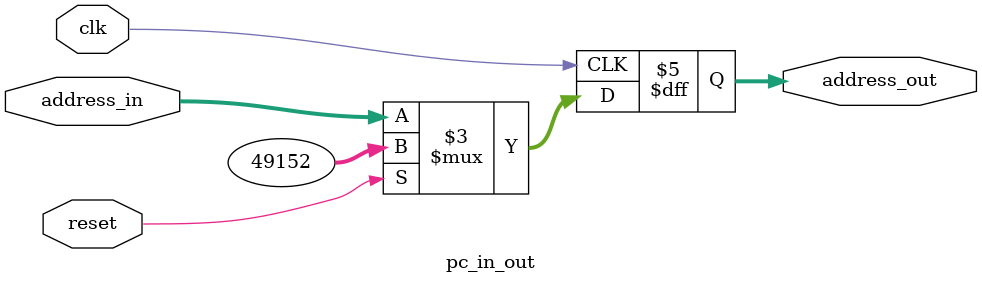
<source format=sv>

module pc_in_out(clk, reset, address_in, address_out);
	input logic clk, reset;
	input logic [31:0]address_in;
	output logic [31:0]address_out;
	

	// DFF logic
	always@(posedge clk) begin
		if (reset) begin 
			address_out <= 32'h0000c000;
		end else  begin 
			address_out <= address_in;
		end
	end

endmodule


</source>
